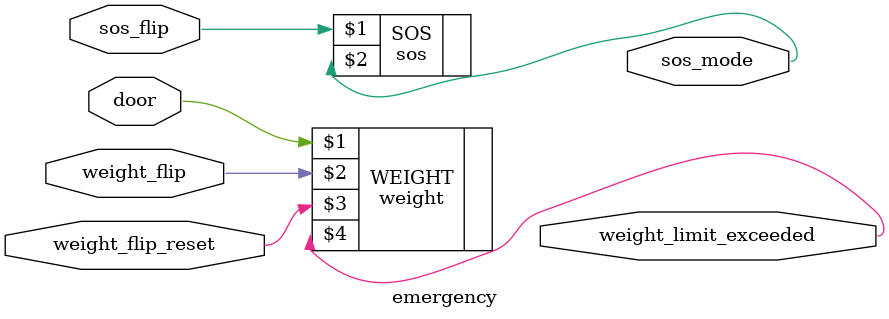
<source format=v>
module emergency (
    sos_flip,
    sos_mode,
    door,
    weight_flip,
    weight_flip_reset,
    weight_limit_exceeded
);
    input sos_flip, door, weight_flip, weight_flip_reset;
    output sos_mode, weight_limit_exceeded;

    sos SOS (
        sos_flip,
        sos_mode
    );
    weight WEIGHT (
        door,
        weight_flip,
        weight_flip_reset,
        weight_limit_exceeded
    );
endmodule

</source>
